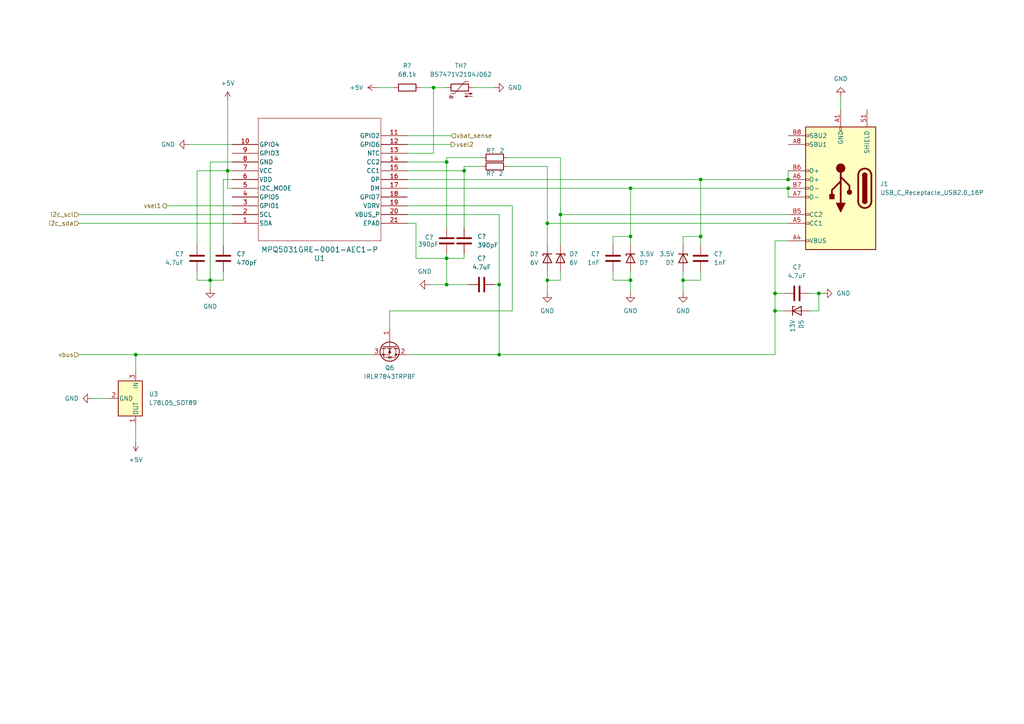
<source format=kicad_sch>
(kicad_sch (version 20250114) (generator "eeschema") (generator_version "9.0")
  (paper "A4")
  (title_block (title "PD Controller") (company "MTU Open Source Hardware Enterprise") (comment 1 "Author: Andrew Kroll"))
  (lib_symbols
    (symbol "Connector:USB_C_Receptacle_USB2.0_16P" (pin_names (offset 1.016))
      (property "Reference" "J" (at 0 22.225 0))
      (property "Value" "USB_C_Receptacle_USB2.0_16P" (at 0 19.685 0))
      (symbol "USB_C_Receptacle_USB2.0_16P_0_0"
        (rectangle (start -0.254 -17.78) (end 0.254 -16.764))
        (rectangle (start 10.16 15.494) (end 9.144 14.986))
        (rectangle (start 10.16 10.414) (end 9.144 9.906))
        (rectangle (start 10.16 7.874) (end 9.144 7.366))
        (rectangle (start 10.16 2.794) (end 9.144 2.286))
        (rectangle (start 10.16 0.254) (end 9.144 -0.254))
        (rectangle (start 10.16 -2.286) (end 9.144 -2.794))
        (rectangle (start 10.16 -4.826) (end 9.144 -5.334))
        (rectangle (start 10.16 -12.446) (end 9.144 -12.954))
        (rectangle (start 10.16 -14.986) (end 9.144 -15.494))
      )
      (symbol "USB_C_Receptacle_USB2.0_16P_0_1"
        (rectangle (start -10.16 17.78) (end 10.16 -17.78) (stroke (width 0.254)) (fill (type background)))
        (polyline (pts (xy -8.89 -3.81) (xy -8.89 3.81)) (stroke (width 0.508)))
        (rectangle (start -7.62 -3.81) (end -6.35 3.81) (stroke (width 0.254)) (fill (type outline)))
        (arc (start -7.62 3.81) (mid -6.985 4.4423) (end -6.35 3.81) (stroke (width 0.254)))
        (arc (start -7.62 3.81) (mid -6.985 4.4423) (end -6.35 3.81) (stroke (width 0.254)) (fill (type outline)))
        (arc (start -8.89 3.81) (mid -6.985 5.7067) (end -5.08 3.81) (stroke (width 0.508)))
        (arc (start -5.08 -3.81) (mid -6.985 -5.7067) (end -8.89 -3.81) (stroke (width 0.508)))
        (arc (start -6.35 -3.81) (mid -6.985 -4.4423) (end -7.62 -3.81) (stroke (width 0.254)))
        (arc (start -6.35 -3.81) (mid -6.985 -4.4423) (end -7.62 -3.81) (stroke (width 0.254)) (fill (type outline)))
        (polyline (pts (xy -5.08 3.81) (xy -5.08 -3.81)) (stroke (width 0.508)))
        (circle (center -2.54 1.143) (radius 0.635) (stroke (width 0.254)) (fill (type outline)))
        (polyline (pts (xy -1.27 4.318) (xy 0 6.858) (xy 1.27 4.318) (xy -1.27 4.318)) (stroke (width 0.254)) (fill (type outline)))
        (polyline (pts (xy 0 -2.032) (xy 2.54 0.508) (xy 2.54 1.778)) (stroke (width 0.508)))
        (polyline (pts (xy 0 -3.302) (xy -2.54 -0.762) (xy -2.54 0.508)) (stroke (width 0.508)))
        (polyline (pts (xy 0 -5.842) (xy 0 4.318)) (stroke (width 0.508)))
        (circle (center 0 -5.842) (radius 1.27) (fill (type outline)))
        (rectangle (start 1.905 1.778) (end 3.175 3.048) (stroke (width 0.254)) (fill (type outline)))
      )
      (symbol "USB_C_Receptacle_USB2.0_16P_1_1"
        (pin passive line (at -7.62 -22.86 90) (length 5.08) (name "SHIELD") (number "S1"))
        (pin passive line (at 0 -22.86 90) (length 5.08) (name "GND") (number "A1"))
        (pin passive line (at 0 -22.86 90) (length 5.08) (hide yes) (name "GND") (number "A12"))
        (pin passive line (at 0 -22.86 90) (length 5.08) (hide yes) (name "GND") (number "B1"))
        (pin passive line (at 0 -22.86 90) (length 5.08) (hide yes) (name "GND") (number "B12"))
        (pin passive line (at 15.24 15.24 180) (length 5.08) (name "VBUS") (number "A4"))
        (pin passive line (at 15.24 15.24 180) (length 5.08) (hide yes) (name "VBUS") (number "A9"))
        (pin passive line (at 15.24 15.24 180) (length 5.08) (hide yes) (name "VBUS") (number "B4"))
        (pin passive line (at 15.24 15.24 180) (length 5.08) (hide yes) (name "VBUS") (number "B9"))
        (pin bidirectional line (at 15.24 10.16 180) (length 5.08) (name "CC1") (number "A5"))
        (pin bidirectional line (at 15.24 7.62 180) (length 5.08) (name "CC2") (number "B5"))
        (pin bidirectional line (at 15.24 2.54 180) (length 5.08) (name "D-") (number "A7"))
        (pin bidirectional line (at 15.24 0 180) (length 5.08) (name "D-") (number "B7"))
        (pin bidirectional line (at 15.24 -2.54 180) (length 5.08) (name "D+") (number "A6"))
        (pin bidirectional line (at 15.24 -5.08 180) (length 5.08) (name "D+") (number "B6"))
        (pin bidirectional line (at 15.24 -12.7 180) (length 5.08) (name "SBU1") (number "A8"))
        (pin bidirectional line (at 15.24 -15.24 180) (length 5.08) (name "SBU2") (number "B8"))
      )
    )
    (symbol "D_Zener_1" (pin_numbers (hide yes)) (pin_names (offset 1.016) (hide yes))
      (property "Reference" "D" (at 0 2.54 0))
      (property "Value" "D_Zener" (at 0 -2.54 0))
      (symbol "D_Zener_1_0_1"
        (polyline (pts (xy -1.27 -1.27) (xy -1.27 1.27) (xy -0.762 1.27)) (stroke (width 0.254)))
        (polyline (pts (xy 1.27 0) (xy -1.27 0)))
        (polyline (pts (xy 1.27 -1.27) (xy 1.27 1.27) (xy -1.27 0) (xy 1.27 -1.27)) (stroke (width 0.254)))
      )
      (symbol "D_Zener_1_1_1"
        (pin passive line (at -3.81 0 0) (length 2.54) (name "K") (number "1"))
        (pin passive line (at 3.81 0 180) (length 2.54) (name "A") (number "2"))
      )
    )
    (symbol "Device:C" (pin_numbers (hide yes)) (pin_names (offset 0.254))
      (property "Reference" "C" (at 0.635 2.54 0))
      (property "Value" "C" (at 0.635 -2.54 0))
      (symbol "C_0_1"
        (polyline (pts (xy -2.032 0.762) (xy 2.032 0.762)) (stroke (width 0.508)))
        (polyline (pts (xy -2.032 -0.762) (xy 2.032 -0.762)) (stroke (width 0.508)))
      )
      (symbol "C_1_1"
        (pin passive line (at 0 3.81 270) (length 2.794) (name "~") (number "1"))
        (pin passive line (at 0 -3.81 90) (length 2.794) (name "~") (number "2"))
      )
    )
    (symbol "Device:D_Zener" (pin_numbers (hide yes)) (pin_names (offset 1.016) (hide yes))
      (property "Reference" "D" (at 0 2.54 0))
      (property "Value" "D_Zener" (at 0 -2.54 0))
      (symbol "D_Zener_0_1"
        (polyline (pts (xy -1.27 -1.27) (xy -1.27 1.27) (xy -0.762 1.27)) (stroke (width 0.254)))
        (polyline (pts (xy 1.27 0) (xy -1.27 0)))
        (polyline (pts (xy 1.27 -1.27) (xy 1.27 1.27) (xy -1.27 0) (xy 1.27 -1.27)) (stroke (width 0.254)))
      )
      (symbol "D_Zener_1_1"
        (pin passive line (at -3.81 0 0) (length 2.54) (name "K") (number "1"))
        (pin passive line (at 3.81 0 180) (length 2.54) (name "A") (number "2"))
      )
    )
    (symbol "Device:R" (pin_numbers (hide yes)) (pin_names (offset 0))
      (property "Reference" "R" (at 2.032 0 90))
      (property "Value" "R" (at 0 0 90))
      (symbol "R_0_1"
        (rectangle (start -1.016 -2.54) (end 1.016 2.54) (stroke (width 0.254)))
      )
      (symbol "R_1_1"
        (pin passive line (at 0 3.81 270) (length 1.27) (name "~") (number "1"))
        (pin passive line (at 0 -3.81 90) (length 1.27) (name "~") (number "2"))
      )
    )
    (symbol "Device:Thermistor_NTC" (pin_numbers (hide yes)) (pin_names (offset 0))
      (property "Reference" "TH" (at -4.445 0 90))
      (property "Value" "Thermistor_NTC" (at 3.175 0 90))
      (symbol "Thermistor_NTC_0_1"
        (arc (start -3.175 2.413) (mid -3.0506 2.3165) (end -3.048 2.159))
        (arc (start -3.048 2.794) (mid -2.9736 2.9736) (end -2.794 3.048))
        (arc (start -2.794 3.048) (mid -2.6144 2.9736) (end -2.54 2.794))
        (arc (start -2.794 2.54) (mid -2.9736 2.6144) (end -3.048 2.794))
        (arc (start -2.794 1.905) (mid -2.9736 1.9794) (end -3.048 2.159))
        (arc (start -2.54 2.159) (mid -2.6144 1.9794) (end -2.794 1.905))
        (arc (start -2.159 2.794) (mid -2.434 2.5608) (end -2.794 2.54))
        (polyline (pts (xy -2.54 2.159) (xy -2.54 2.794)))
        (polyline (pts (xy -2.54 -3.683) (xy -2.54 -1.397) (xy -2.794 -2.159) (xy -2.286 -2.159) (xy -2.54 -1.397) (xy -2.54 -1.651)) (fill (type outline)))
        (polyline (pts (xy -1.778 2.54) (xy -1.778 1.524) (xy 1.778 -1.524) (xy 1.778 -2.54)))
        (polyline (pts (xy -1.778 -1.397) (xy -1.778 -3.683) (xy -2.032 -2.921) (xy -1.524 -2.921) (xy -1.778 -3.683) (xy -1.778 -3.429)) (fill (type outline)))
        (rectangle (start -1.016 2.54) (end 1.016 -2.54) (stroke (width 0.254)))
      )
      (symbol "Thermistor_NTC_1_1"
        (pin passive line (at 0 3.81 270) (length 1.27) (name "~") (number "1"))
        (pin passive line (at 0 -3.81 90) (length 1.27) (name "~") (number "2"))
      )
    )
    (symbol "Regulator_Linear:L78L05_SOT89" (pin_names (offset 0.254))
      (property "Reference" "U" (at -3.81 3.175 0))
      (property "Value" "L78L05_SOT89" (at -0.635 3.175 0))
      (symbol "L78L05_SOT89_0_1"
        (rectangle (start -5.08 1.905) (end 5.08 -5.08) (stroke (width 0.254)) (fill (type background)))
      )
      (symbol "L78L05_SOT89_1_1"
        (pin power_in line (at -7.62 0 0) (length 2.54) (name "IN") (number "3"))
        (pin power_in line (at 0 -7.62 90) (length 2.54) (name "GND") (number "2"))
        (pin power_out line (at 7.62 0 180) (length 2.54) (name "OUT") (number "1"))
      )
    )
    (symbol "Transistor_FET:Q_NMOS_GDS" (pin_names (offset 0) (hide yes))
      (property "Reference" "Q" (at 5.08 1.905 0))
      (property "Value" "Q_NMOS_GDS" (at 5.08 0 0))
      (symbol "Q_NMOS_GDS_0_1"
        (polyline (pts (xy 0.254 1.905) (xy 0.254 -1.905)) (stroke (width 0.254)))
        (polyline (pts (xy 0.254 0) (xy -2.54 0)))
        (polyline (pts (xy 0.762 2.286) (xy 0.762 1.27)) (stroke (width 0.254)))
        (polyline (pts (xy 0.762 0.508) (xy 0.762 -0.508)) (stroke (width 0.254)))
        (polyline (pts (xy 0.762 -1.27) (xy 0.762 -2.286)) (stroke (width 0.254)))
        (polyline (pts (xy 0.762 -1.778) (xy 3.302 -1.778) (xy 3.302 1.778) (xy 0.762 1.778)))
        (polyline (pts (xy 1.016 0) (xy 2.032 0.381) (xy 2.032 -0.381) (xy 1.016 0)) (fill (type outline)))
        (circle (center 1.651 0) (radius 2.794) (stroke (width 0.254)))
        (polyline (pts (xy 2.54 2.54) (xy 2.54 1.778)))
        (circle (center 2.54 1.778) (radius 0.254) (fill (type outline)))
        (circle (center 2.54 -1.778) (radius 0.254) (fill (type outline)))
        (polyline (pts (xy 2.54 -2.54) (xy 2.54 0) (xy 0.762 0)))
        (polyline (pts (xy 2.921 0.381) (xy 3.683 0.381)))
        (polyline (pts (xy 3.302 0.381) (xy 2.921 -0.254) (xy 3.683 -0.254) (xy 3.302 0.381)))
      )
      (symbol "Q_NMOS_GDS_1_1"
        (pin input line (at -5.08 0 0) (length 2.54) (name "G") (number "1"))
        (pin passive line (at 2.54 5.08 270) (length 2.54) (name "D") (number "2"))
        (pin passive line (at 2.54 -5.08 90) (length 2.54) (name "S") (number "3"))
      )
    )
    (symbol "UPS:MPQ5031GRE-xxxx-AEC1-P" (pin_names (offset 0.254))
      (property "Reference" "U" (at 25.4 10.16 0))
      (property "Value" "MPQ5031GRE-xxxx-AEC1-P" (at 25.4 7.62 0))
      (symbol "MPQ5031GRE-xxxx-AEC1-P_0_1"
        (polyline (pts (xy 7.62 5.08) (xy 7.62 -30.48)) (stroke (width 0.127)))
        (polyline (pts (xy 7.62 -30.48) (xy 43.18 -30.48)) (stroke (width 0.127)))
        (polyline (pts (xy 43.18 5.08) (xy 7.62 5.08)) (stroke (width 0.127)))
        (polyline (pts (xy 43.18 -30.48) (xy 43.18 5.08)) (stroke (width 0.127)))
        (pin bidirectional line (at 0 0 0) (length 7.62) (name "SDA") (number "1"))
        (pin bidirectional line (at 0 -2.54 0) (length 7.62) (name "SCL") (number "2"))
        (pin bidirectional line (at 0 -5.08 0) (length 7.62) (name "GPIO1") (number "3"))
        (pin bidirectional line (at 0 -7.62 0) (length 7.62) (name "GPIO5") (number "4"))
        (pin input line (at 0 -10.16 0) (length 7.62) (name "I2C_MODE") (number "5"))
        (pin power_in line (at 0 -12.7 0) (length 7.62) (name "VDD") (number "6"))
        (pin power_in line (at 0 -15.24 0) (length 7.62) (name "VCC") (number "7"))
        (pin power_in line (at 0 -17.78 0) (length 7.62) (name "GND") (number "8"))
        (pin bidirectional line (at 0 -20.32 0) (length 7.62) (name "GPIO3") (number "9"))
        (pin bidirectional line (at 0 -22.86 0) (length 7.62) (name "GPIO4") (number "10"))
        (pin power_in line (at 50.8 0 180) (length 7.62) (name "EPAD") (number "21"))
        (pin input line (at 50.8 -2.54 180) (length 7.62) (name "VBUS_P") (number "20"))
        (pin power_in line (at 50.8 -5.08 180) (length 7.62) (name "VDRV") (number "19"))
        (pin bidirectional line (at 50.8 -7.62 180) (length 7.62) (name "GPIO7") (number "18"))
        (pin bidirectional line (at 50.8 -10.16 180) (length 7.62) (name "DM") (number "17"))
        (pin bidirectional line (at 50.8 -12.7 180) (length 7.62) (name "DP") (number "16"))
        (pin bidirectional line (at 50.8 -15.24 180) (length 7.62) (name "CC1") (number "15"))
        (pin bidirectional line (at 50.8 -17.78 180) (length 7.62) (name "CC2") (number "14"))
        (pin input line (at 50.8 -20.32 180) (length 7.62) (name "NTC") (number "13"))
        (pin bidirectional line (at 50.8 -22.86 180) (length 7.62) (name "GPIO6") (number "12"))
        (pin bidirectional line (at 50.8 -25.4 180) (length 7.62) (name "GPIO2") (number "11"))
      )
    )
    (symbol "power:+5V" (power) (pin_numbers (hide yes)) (pin_names (offset 0) (hide yes))
      (property "Value" "+5V" (at 0 3.556 0))
      (symbol "+5V_0_1"
        (polyline (pts (xy -0.762 1.27) (xy 0 2.54)))
        (polyline (pts (xy 0 2.54) (xy 0.762 1.27)))
        (polyline (pts (xy 0 0) (xy 0 2.54)))
      )
      (symbol "+5V_1_1"
        (pin power_in line (at 0 0 90) (length 0) (name "~") (number "1"))
      )
    )
    (symbol "power:GND" (power) (pin_numbers (hide yes)) (pin_names (offset 0) (hide yes))
      (property "Value" "GND" (at 0 -3.81 0))
      (symbol "GND_0_1"
        (polyline (pts (xy 0 0) (xy 0 -1.27) (xy 1.27 -1.27) (xy 0 -2.54) (xy -1.27 -1.27) (xy 0 -1.27)))
      )
      (symbol "GND_1_1"
        (pin power_in line (at 0 0 270) (length 0) (name "~") (number "1"))
      )
    )
  )
  (junction (at 182.88 81.28))
  (junction (at 129.54 46.99))
  (junction (at 198.12 81.28))
  (junction (at 237.49 85.09))
  (junction (at 158.75 64.77))
  (junction (at 224.79 90.17))
  (junction (at 39.37 102.87))
  (junction (at 228.6 52.07))
  (junction (at 162.56 62.23))
  (junction (at 129.54 82.55))
  (junction (at 144.78 82.55))
  (junction (at 228.6 54.61))
  (junction (at 203.2 52.07))
  (junction (at 66.04 49.53))
  (junction (at 60.96 81.28))
  (junction (at 158.75 81.28))
  (junction (at 182.88 54.61))
  (junction (at 129.54 74.93))
  (junction (at 125.73 25.4))
  (junction (at 134.62 49.53))
  (junction (at 203.2 68.58))
  (junction (at 224.79 85.09))
  (junction (at 182.88 68.58))
  (junction (at 144.78 102.87))
  (wire (pts (xy 129.54 45.72) (xy 129.54 46.99)))
  (wire (pts (xy 118.11 46.99) (xy 129.54 46.99)))
  (wire (pts (xy 54.61 41.91) (xy 67.31 41.91)))
  (wire (pts (xy 26.67 115.57) (xy 31.75 115.57)))
  (wire (pts (xy 177.8 68.58) (xy 182.88 68.58)))
  (wire (pts (xy 228.6 54.61) (xy 228.6 57.15)))
  (wire (pts (xy 120.65 64.77) (xy 120.65 74.93)))
  (wire (pts (xy 120.65 74.93) (xy 129.54 74.93)))
  (wire (pts (xy 158.75 81.28) (xy 162.56 81.28)))
  (wire (pts (xy 234.95 85.09) (xy 237.49 85.09)))
  (wire (pts (xy 203.2 68.58) (xy 198.12 68.58)))
  (wire (pts (xy 129.54 45.72) (xy 139.7 45.72)))
  (wire (pts (xy 64.77 78.74) (xy 64.77 81.28)))
  (wire (pts (xy 118.11 44.45) (xy 125.73 44.45)))
  (wire (pts (xy 113.03 90.17) (xy 113.03 95.25)))
  (wire (pts (xy 148.59 90.17) (xy 113.03 90.17)))
  (wire (pts (xy 158.75 64.77) (xy 158.75 71.12)))
  (wire (pts (xy 162.56 81.28) (xy 162.56 78.74)))
  (wire (pts (xy 158.75 48.26) (xy 147.32 48.26)))
  (wire (pts (xy 118.11 62.23) (xy 144.78 62.23)))
  (wire (pts (xy 60.96 83.82) (xy 60.96 81.28)))
  (wire (pts (xy 57.15 78.74) (xy 57.15 81.28)))
  (wire (pts (xy 39.37 123.19) (xy 39.37 128.27)))
  (wire (pts (xy 143.51 82.55) (xy 144.78 82.55)))
  (wire (pts (xy 137.16 25.4) (xy 143.51 25.4)))
  (wire (pts (xy 228.6 49.53) (xy 228.6 52.07)))
  (wire (pts (xy 134.62 66.04) (xy 134.62 49.53)))
  (wire (pts (xy 118.11 41.91) (xy 130.81 41.91)))
  (wire (pts (xy 118.11 49.53) (xy 134.62 49.53)))
  (wire (pts (xy 129.54 82.55) (xy 129.54 74.93)))
  (wire (pts (xy 22.86 102.87) (xy 39.37 102.87)))
  (wire (pts (xy 66.04 49.53) (xy 66.04 29.21)))
  (wire (pts (xy 125.73 25.4) (xy 121.92 25.4)))
  (wire (pts (xy 203.2 52.07) (xy 203.2 68.58)))
  (wire (pts (xy 203.2 81.28) (xy 203.2 78.74)))
  (wire (pts (xy 148.59 59.69) (xy 148.59 90.17)))
  (wire (pts (xy 39.37 102.87) (xy 39.37 107.95)))
  (wire (pts (xy 144.78 62.23) (xy 144.78 82.55)))
  (wire (pts (xy 129.54 46.99) (xy 129.54 66.04)))
  (wire (pts (xy 48.26 59.69) (xy 67.31 59.69)))
  (wire (pts (xy 125.73 44.45) (xy 125.73 25.4)))
  (wire (pts (xy 39.37 102.87) (xy 107.95 102.87)))
  (wire (pts (xy 64.77 81.28) (xy 60.96 81.28)))
  (wire (pts (xy 158.75 81.28) (xy 158.75 78.74)))
  (wire (pts (xy 198.12 85.09) (xy 198.12 81.28)))
  (wire (pts (xy 134.62 48.26) (xy 134.62 49.53)))
  (wire (pts (xy 67.31 54.61) (xy 66.04 54.61)))
  (wire (pts (xy 162.56 62.23) (xy 162.56 71.12)))
  (wire (pts (xy 158.75 48.26) (xy 158.75 64.77)))
  (wire (pts (xy 203.2 52.07) (xy 228.6 52.07)))
  (wire (pts (xy 118.11 64.77) (xy 120.65 64.77)))
  (wire (pts (xy 177.8 78.74) (xy 177.8 81.28)))
  (wire (pts (xy 134.62 74.93) (xy 129.54 74.93)))
  (wire (pts (xy 57.15 81.28) (xy 60.96 81.28)))
  (wire (pts (xy 177.8 71.12) (xy 177.8 68.58)))
  (wire (pts (xy 139.7 48.26) (xy 134.62 48.26)))
  (wire (pts (xy 147.32 45.72) (xy 162.56 45.72)))
  (wire (pts (xy 57.15 71.12) (xy 57.15 49.53)))
  (wire (pts (xy 118.11 52.07) (xy 203.2 52.07)))
  (wire (pts (xy 182.88 81.28) (xy 182.88 78.74)))
  (wire (pts (xy 182.88 54.61) (xy 228.6 54.61)))
  (wire (pts (xy 64.77 71.12) (xy 64.77 52.07)))
  (wire (pts (xy 162.56 45.72) (xy 162.56 62.23)))
  (wire (pts (xy 182.88 68.58) (xy 182.88 71.12)))
  (wire (pts (xy 125.73 25.4) (xy 129.54 25.4)))
  (wire (pts (xy 224.79 69.85) (xy 224.79 85.09)))
  (wire (pts (xy 198.12 78.74) (xy 198.12 81.28)))
  (wire (pts (xy 182.88 85.09) (xy 182.88 81.28)))
  (wire (pts (xy 158.75 81.28) (xy 158.75 85.09)))
  (wire (pts (xy 162.56 62.23) (xy 228.6 62.23)))
  (wire (pts (xy 135.89 82.55) (xy 129.54 82.55)))
  (wire (pts (xy 234.95 90.17) (xy 237.49 90.17)))
  (wire (pts (xy 67.31 49.53) (xy 66.04 49.53)))
  (wire (pts (xy 198.12 71.12) (xy 198.12 68.58)))
  (wire (pts (xy 129.54 73.66) (xy 129.54 74.93)))
  (wire (pts (xy 203.2 71.12) (xy 203.2 68.58)))
  (wire (pts (xy 228.6 69.85) (xy 224.79 69.85)))
  (wire (pts (xy 144.78 82.55) (xy 144.78 102.87)))
  (wire (pts (xy 224.79 85.09) (xy 227.33 85.09)))
  (wire (pts (xy 224.79 102.87) (xy 224.79 90.17)))
  (wire (pts (xy 60.96 46.99) (xy 67.31 46.99)))
  (wire (pts (xy 177.8 81.28) (xy 182.88 81.28)))
  (wire (pts (xy 118.11 102.87) (xy 144.78 102.87)))
  (wire (pts (xy 64.77 52.07) (xy 67.31 52.07)))
  (wire (pts (xy 182.88 54.61) (xy 182.88 68.58)))
  (wire (pts (xy 66.04 54.61) (xy 66.04 49.53)))
  (wire (pts (xy 237.49 90.17) (xy 237.49 85.09)))
  (wire (pts (xy 144.78 102.87) (xy 224.79 102.87)))
  (wire (pts (xy 134.62 73.66) (xy 134.62 74.93)))
  (wire (pts (xy 118.11 59.69) (xy 148.59 59.69)))
  (wire (pts (xy 124.46 82.55) (xy 129.54 82.55)))
  (wire (pts (xy 22.86 64.77) (xy 67.31 64.77)))
  (wire (pts (xy 118.11 39.37) (xy 130.81 39.37)))
  (wire (pts (xy 224.79 90.17) (xy 224.79 85.09)))
  (wire (pts (xy 57.15 49.53) (xy 66.04 49.53)))
  (wire (pts (xy 243.84 31.75) (xy 243.84 27.94)))
  (wire (pts (xy 22.86 62.23) (xy 67.31 62.23)))
  (wire (pts (xy 198.12 81.28) (xy 203.2 81.28)))
  (wire (pts (xy 158.75 64.77) (xy 228.6 64.77)))
  (wire (pts (xy 60.96 81.28) (xy 60.96 46.99)))
  (wire (pts (xy 118.11 54.61) (xy 182.88 54.61)))
  (wire (pts (xy 224.79 90.17) (xy 227.33 90.17)))
  (wire (pts (xy 237.49 85.09) (xy 238.76 85.09)))
  (wire (pts (xy 109.22 25.4) (xy 114.3 25.4)))
  (hierarchical_label "i2c_scl" (shape input) (at 22.86 62.23 180))
  (hierarchical_label "vsel2" (shape output) (at 130.81 41.91 0))
  (hierarchical_label "vbus" (shape input) (at 22.86 102.87 180))
  (hierarchical_label "vbat_sense" (shape input) (at 130.81 39.37 0))
  (hierarchical_label "vsel1" (shape output) (at 48.26 59.69 180))
  (hierarchical_label "i2c_sda" (shape input) (at 22.86 64.77 180))
  (symbol (lib_id "Device:C") (at 203.2 74.93 0) (unit 1)
    (property "Reference" "C?" (at 207.01 73.6599 0) (effects (justify left)))
    (property "Value" "1nF" (at 207.01 76.1999 0) (effects (justify left)))
    (property "Description" "Unpolarized capacitor" (effects (hide yes)))
  )
  (symbol (lib_id "power:+5V") (at 66.04 29.21 0) (unit 1)
    (property "Reference" "#PWR03" (effects (hide yes)))
    (property "Value" "+5V" (at 66.04 24.13 0))
    (property "Description" "Power symbol creates a global label with name \"+5V\"" (effects (hide yes)))
  )
  (symbol (lib_id "Regulator_Linear:L78L05_SOT89") (at 39.37 115.57 270) (unit 1)
    (property "Reference" "U3" (at 43.18 114.2999 90) (effects (justify left)))
    (property "Value" "L78L05_SOT89" (at 43.18 116.8399 90) (effects (justify left)))
    (property "Footprint" "Package_TO_SOT_SMD:SOT-89-3" (effects (hide yes)))
    (property "Datasheet" "http://www.st.com/content/ccc/resource/technical/document/datasheet/15/55/e5/aa/23/5b/43/fd/CD00000446.pdf/files/CD00000446.pdf/jcr:content/translations/en.CD00000446.pdf" (effects (hide yes)))
    (property "Description" "Positive 100mA 30V Linear Regulator, Fixed Output 5V, SOT-89" (effects (hide yes)))
  )
  (symbol (lib_id "Device:R") (at 143.51 48.26 270) (unit 1)
    (property "Reference" "R?" (at 142.24 50.292 90))
    (property "Value" "2" (at 145.288 50.292 90))
    (property "Description" "Resistor" (effects (hide yes)))
  )
  (symbol (lib_id "Device:D_Zener") (at 198.12 74.93 270) (unit 1)
    (property "Reference" "D?" (at 195.58 76.2001 90) (effects (justify right)))
    (property "Value" "3.5V" (at 195.58 73.6601 90) (effects (justify right)))
    (property "Footprint" "Diode_SMD:D_SMB_Handsoldering" (effects (hide yes)))
    (property "Description" "Zener diode" (effects (hide yes)))
  )
  (symbol (lib_id "power:GND") (at 182.88 85.09 0) (mirror y) (unit 1)
    (property "Reference" "#PWR?" (effects (hide yes)))
    (property "Value" "GND" (at 182.88 90.17 0))
    (property "Description" "Power symbol creates a global label with name \"GND\" , ground" (effects (hide yes)))
  )
  (symbol (lib_name "D_Zener_1") (lib_id "Device:D_Zener") (at 182.88 74.93 90) (mirror x) (unit 1)
    (property "Reference" "D?" (at 185.42 76.2001 90) (effects (justify right)))
    (property "Value" "3.5V" (at 185.42 73.6601 90) (effects (justify right)))
    (property "Footprint" "Diode_SMD:D_SMB_Handsoldering" (effects (hide yes)))
    (property "Description" "SMBJ51A" (effects (hide yes)))
  )
  (symbol (lib_id "Device:R") (at 143.51 45.72 90) (unit 1)
    (property "Reference" "R?" (at 142.24 43.688 90))
    (property "Value" "2" (at 145.542 43.688 90))
    (property "Description" "Resistor" (effects (hide yes)))
  )
  (symbol (lib_id "Device:C") (at 64.77 74.93 0) (unit 1)
    (property "Reference" "C?" (at 68.58 73.6599 0) (effects (justify left)))
    (property "Value" "470pF" (at 68.58 76.1999 0) (effects (justify left)))
    (property "Description" "Unpolarized capacitor" (effects (hide yes)))
  )
  (symbol (lib_id "UPS:MPQ5031GRE-xxxx-AEC1-P") (at 67.31 64.77 0) (mirror x) (unit 1)
    (property "Reference" "U1" (at 92.71 74.93 0) (effects (font (size 1.524 1.524))))
    (property "Value" "MPQ5031GRE-0001-AEC1-P" (at 92.71 72.39 0) (effects (font (size 1.524 1.524))))
    (property "Footprint" "UPS:QFN-20_MPQ5031_MNP" (effects (hide yes)))
    (property "Datasheet" "https://www.monolithicpower.com/en/documentview/productdocument/index/version/2/document_type/Datasheet/lang/en/sku/MPQ5031GRE-AEC1" (effects (hide yes)))
  )
  (symbol (lib_id "power:GND") (at 198.12 85.09 0) (mirror y) (unit 1)
    (property "Reference" "#PWR?" (effects (hide yes)))
    (property "Value" "GND" (at 198.12 90.17 0))
    (property "Description" "Power symbol creates a global label with name \"GND\" , ground" (effects (hide yes)))
  )
  (symbol (lib_id "Device:C") (at 129.54 69.85 0) (unit 1)
    (property "Reference" "C?" (at 123.19 68.834 0) (effects (justify left)))
    (property "Value" "390pF" (at 121.158 70.866 0) (effects (justify left)))
    (property "Description" "Unpolarized capacitor" (effects (hide yes)))
  )
  (symbol (lib_id "power:GND") (at 243.84 27.94 180) (unit 1)
    (property "Reference" "#PWR01" (effects (hide yes)))
    (property "Value" "GND" (at 243.84 22.86 0))
    (property "Description" "Power symbol creates a global label with name \"GND\" , ground" (effects (hide yes)))
  )
  (symbol (lib_id "power:+5V") (at 39.37 128.27 180) (unit 1)
    (property "Reference" "#PWR019" (effects (hide yes)))
    (property "Value" "+5V" (at 39.37 133.35 0))
    (property "Description" "Power symbol creates a global label with name \"+5V\"" (effects (hide yes)))
  )
  (symbol (lib_id "power:+5V") (at 109.22 25.4 90) (unit 1)
    (property "Reference" "#PWR?" (effects (hide yes)))
    (property "Value" "+5V" (at 105.41 25.3999 90) (effects (justify left)))
    (property "Description" "Power symbol creates a global label with name \"+5V\"" (effects (hide yes)))
  )
  (symbol (lib_id "Device:C") (at 57.15 74.93 0) (mirror y) (unit 1)
    (property "Reference" "C?" (at 53.34 73.6599 0) (effects (justify left)))
    (property "Value" "4.7uF" (at 53.34 76.1999 0) (effects (justify left)))
    (property "Description" "Ceramic cap per datasheet" (effects (hide yes)))
  )
  (symbol (lib_id "power:GND") (at 158.75 85.09 0) (unit 1)
    (property "Reference" "#PWR?" (effects (hide yes)))
    (property "Value" "GND" (at 158.75 90.17 0))
    (property "Description" "Power symbol creates a global label with name \"GND\" , ground" (effects (hide yes)))
  )
  (symbol (lib_id "Device:C") (at 139.7 82.55 90) (unit 1)
    (property "Reference" "C?" (at 139.7 74.93 90))
    (property "Value" "4.7uF" (at 139.7 77.47 90))
    (property "Description" "Unpolarized capacitor" (effects (hide yes)))
  )
  (symbol (lib_id "power:GND") (at 238.76 85.09 90) (unit 1)
    (property "Reference" "#PWR?" (effects (hide yes)))
    (property "Value" "GND" (at 242.57 85.0899 90) (effects (justify right)))
    (property "Description" "Power symbol creates a global label with name \"GND\" , ground" (effects (hide yes)))
  )
  (symbol (lib_id "Transistor_FET:Q_NMOS_GDS") (at 113.03 100.33 270) (unit 1)
    (property "Reference" "Q6" (at 113.03 106.68 90))
    (property "Value" "IRLR7843TRPBF" (at 113.03 109.22 90))
    (property "Footprint" "Package_TO_SOT_SMD:TO-252-2" (effects (hide yes)))
    (property "Description" "N-MOSFET transistor, gate/drain/source" (effects (hide yes)))
  )
  (symbol (lib_id "power:GND") (at 26.67 115.57 270) (unit 1)
    (property "Reference" "#PWR018" (effects (hide yes)))
    (property "Value" "GND" (at 22.86 115.5699 90) (effects (justify right)))
    (property "Description" "Power symbol creates a global label with name \"GND\" , ground" (effects (hide yes)))
  )
  (symbol (lib_id "Device:D_Zener") (at 231.14 90.17 0) (unit 1)
    (property "Reference" "D5" (at 232.4101 92.71 90) (effects (justify right)))
    (property "Value" "13V" (at 229.8701 92.71 90) (effects (justify right)))
    (property "Footprint" "Diode_SMD:D_SMB_Handsoldering" (effects (hide yes)))
    (property "Description" "SMBJ13A" (effects (hide yes)))
  )
  (symbol (lib_id "power:GND") (at 143.51 25.4 90) (unit 1)
    (property "Reference" "#PWR?" (effects (hide yes)))
    (property "Value" "GND" (at 147.32 25.3999 90) (effects (justify right)))
    (property "Description" "Power symbol creates a global label with name \"GND\" , ground" (effects (hide yes)))
  )
  (symbol (lib_id "power:GND") (at 124.46 82.55 270) (unit 1)
    (property "Reference" "#PWR02" (effects (hide yes)))
    (property "Value" "GND" (at 123.19 78.74 90))
    (property "Description" "Power symbol creates a global label with name \"GND\" , ground" (effects (hide yes)))
  )
  (symbol (lib_id "Device:D_Zener") (at 158.75 74.93 90) (mirror x) (unit 1)
    (property "Reference" "D?" (at 156.21 73.6599 90) (effects (justify left)))
    (property "Value" "6V" (at 156.21 76.1999 90) (effects (justify left)))
    (property "Footprint" "Diode_SMD:D_SMB_Handsoldering" (effects (hide yes)))
    (property "Description" "SMBJ6.0A" (effects (hide yes)))
  )
  (symbol (lib_id "Device:D_Zener") (at 162.56 74.93 270) (unit 1)
    (property "Reference" "D?" (at 165.1 73.6599 90) (effects (justify left)))
    (property "Value" "6V" (at 165.1 76.1999 90) (effects (justify left)))
    (property "Footprint" "Diode_SMD:D_SMB_Handsoldering" (effects (hide yes)))
    (property "Description" "SMBJ6.0A" (effects (hide yes)))
  )
  (symbol (lib_id "Device:C") (at 134.62 69.85 0) (unit 1)
    (property "Reference" "C?" (at 138.43 68.5799 0) (effects (justify left)))
    (property "Value" "390pF" (at 138.43 71.1199 0) (effects (justify left)))
    (property "Description" "Unpolarized capacitor" (effects (hide yes)))
  )
  (symbol (lib_id "power:GND") (at 60.96 83.82 0) (unit 1)
    (property "Reference" "#PWR04" (effects (hide yes)))
    (property "Value" "GND" (at 60.96 88.9 0))
    (property "Description" "Power symbol creates a global label with name \"GND\" , ground" (effects (hide yes)))
  )
  (symbol (lib_id "Device:R") (at 118.11 25.4 90) (unit 1)
    (property "Reference" "R?" (at 118.11 19.05 90))
    (property "Value" "68.1k" (at 118.11 21.59 90))
    (property "Description" "Resistor" (effects (hide yes)))
  )
  (symbol (lib_id "Device:C") (at 177.8 74.93 0) (mirror y) (unit 1)
    (property "Reference" "C?" (at 173.99 73.6599 0) (effects (justify left)))
    (property "Value" "1nF" (at 173.99 76.1999 0) (effects (justify left)))
    (property "Description" "Unpolarized capacitor" (effects (hide yes)))
  )
  (symbol (lib_id "power:GND") (at 54.61 41.91 270) (unit 1)
    (property "Reference" "#PWR020" (effects (hide yes)))
    (property "Value" "GND" (at 50.8 41.9099 90) (effects (justify right)))
    (property "Description" "Power symbol creates a global label with name \"GND\" , ground" (effects (hide yes)))
  )
  (symbol (lib_id "Connector:USB_C_Receptacle_USB2.0_16P") (at 243.84 54.61 180) (unit 1)
    (property "Reference" "J1" (at 255.27 53.3399 0) (effects (justify right)))
    (property "Value" "USB_C_Receptacle_USB2.0_16P" (at 255.27 55.8799 0) (effects (justify right)))
    (property "Datasheet" "https://www.usb.org/sites/default/files/documents/usb_type-c.zip" (effects (hide yes)))
    (property "Description" "USB 2.0-only 16P Type-C Receptacle connector" (effects (hide yes)))
  )
  (symbol (lib_id "Device:Thermistor_NTC") (at 133.35 25.4 90) (unit 1)
    (property "Reference" "TH?" (at 133.6675 19.05 90))
    (property "Value" "B57471V2104J062" (at 133.6675 21.59 90))
    (property "Footprint" "Resistor_SMD:R_0805_2012Metric_Pad1.20x1.40mm_HandSolder" (effects (hide yes)))
    (property "Description" "Temperature dependent resistor, negative temperature coefficient" (effects (hide yes)))
  )
  (symbol (lib_id "Device:C") (at 231.14 85.09 90) (unit 1)
    (property "Reference" "C?" (at 231.14 77.47 90))
    (property "Value" "4.7uF" (at 231.14 80.01 90))
    (property "Description" "Unpolarized capacitor" (effects (hide yes)))
  )
)
</source>
